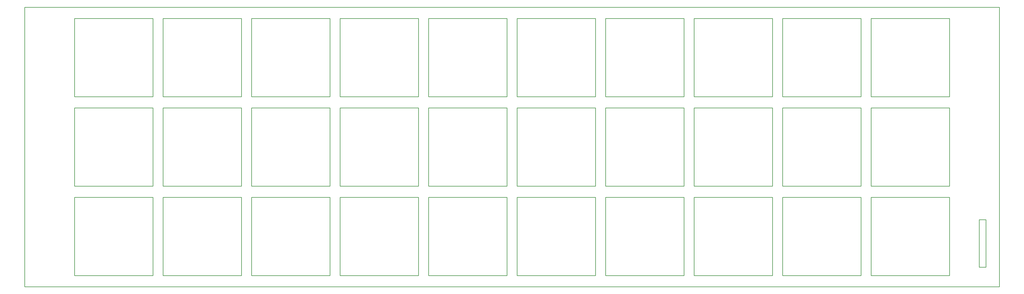
<source format=gko>
G04 Layer: BoardOutlineLayer*
G04 EasyEDA v6.5.34, 2023-08-21 18:11:39*
G04 81c3e6301e7a49a49ac37a2379715e3f,5a6b42c53f6a479593ecc07194224c93,10*
G04 Gerber Generator version 0.2*
G04 Scale: 100 percent, Rotated: No, Reflected: No *
G04 Dimensions in millimeters *
G04 leading zeros omitted , absolute positions ,4 integer and 5 decimal *
%FSLAX45Y45*%
%MOMM*%

%ADD10C,0.2540*%
D10*
X2031994Y12953974D02*
G01*
X46227908Y12953974D01*
X46227908Y254000D01*
X2031994Y254000D01*
X2031994Y12953974D01*
X4292600Y12446000D02*
G01*
X4292600Y8890000D01*
X4292600Y8890000D02*
G01*
X7848600Y8890000D01*
X7848600Y8890000D02*
G01*
X7848600Y12446000D01*
X7848600Y12446000D02*
G01*
X4292600Y12446000D01*
X8305800Y12446000D02*
G01*
X8305800Y8890000D01*
X8305800Y8890000D02*
G01*
X11861800Y8890000D01*
X11861800Y8890000D02*
G01*
X11861800Y12446000D01*
X11861800Y12446000D02*
G01*
X8305800Y12446000D01*
X12319000Y12446000D02*
G01*
X12319000Y8890000D01*
X12319000Y8890000D02*
G01*
X15875000Y8890000D01*
X15875000Y8890000D02*
G01*
X15875000Y12446000D01*
X15875000Y12446000D02*
G01*
X12319000Y12446000D01*
X16332200Y12446000D02*
G01*
X16332200Y8890000D01*
X16332200Y8890000D02*
G01*
X19888200Y8890000D01*
X19888200Y8890000D02*
G01*
X19888200Y12446000D01*
X19888200Y12446000D02*
G01*
X16332200Y12446000D01*
X20345400Y12446000D02*
G01*
X20345400Y8890000D01*
X20345400Y8890000D02*
G01*
X23901400Y8890000D01*
X23901400Y8890000D02*
G01*
X23901400Y12446000D01*
X23901400Y12446000D02*
G01*
X20345400Y12446000D01*
X24358600Y12446000D02*
G01*
X24358600Y8890000D01*
X24358600Y8890000D02*
G01*
X27914600Y8890000D01*
X27914600Y8890000D02*
G01*
X27914600Y12446000D01*
X27914600Y12446000D02*
G01*
X24358600Y12446000D01*
X28371800Y12446000D02*
G01*
X28371800Y8890000D01*
X28371800Y8890000D02*
G01*
X31927800Y8890000D01*
X31927800Y8890000D02*
G01*
X31927800Y12446000D01*
X31927800Y12446000D02*
G01*
X28371800Y12446000D01*
X32385000Y12446000D02*
G01*
X32385000Y8890000D01*
X32385000Y8890000D02*
G01*
X35941000Y8890000D01*
X35941000Y8890000D02*
G01*
X35941000Y12446000D01*
X35941000Y12446000D02*
G01*
X32385000Y12446000D01*
X36398200Y12446000D02*
G01*
X36398200Y8890000D01*
X36398200Y8890000D02*
G01*
X39954200Y8890000D01*
X39954200Y8890000D02*
G01*
X39954200Y12446000D01*
X39954200Y12446000D02*
G01*
X36398200Y12446000D01*
X40411400Y12446000D02*
G01*
X40411400Y8890000D01*
X40411400Y8890000D02*
G01*
X43967400Y8890000D01*
X43967400Y8890000D02*
G01*
X43967400Y12446000D01*
X43967400Y12446000D02*
G01*
X40411400Y12446000D01*
X4292600Y8382000D02*
G01*
X4292600Y4826000D01*
X4292600Y4826000D02*
G01*
X7848600Y4826000D01*
X7848600Y4826000D02*
G01*
X7848600Y8382000D01*
X7848600Y8382000D02*
G01*
X4292600Y8382000D01*
X8305800Y8382000D02*
G01*
X8305800Y4826000D01*
X8305800Y4826000D02*
G01*
X11861800Y4826000D01*
X11861800Y4826000D02*
G01*
X11861800Y8382000D01*
X11861800Y8382000D02*
G01*
X8305800Y8382000D01*
X12319000Y8382000D02*
G01*
X12319000Y4826000D01*
X12319000Y4826000D02*
G01*
X15875000Y4826000D01*
X15875000Y4826000D02*
G01*
X15875000Y8382000D01*
X15875000Y8382000D02*
G01*
X12319000Y8382000D01*
X16332200Y8382000D02*
G01*
X16332200Y4826000D01*
X16332200Y4826000D02*
G01*
X19888200Y4826000D01*
X19888200Y4826000D02*
G01*
X19888200Y8382000D01*
X19888200Y8382000D02*
G01*
X16332200Y8382000D01*
X20345400Y8382000D02*
G01*
X20345400Y4826000D01*
X20345400Y4826000D02*
G01*
X23901400Y4826000D01*
X23901400Y4826000D02*
G01*
X23901400Y8382000D01*
X23901400Y8382000D02*
G01*
X20345400Y8382000D01*
X24358600Y8382000D02*
G01*
X24358600Y4826000D01*
X24358600Y4826000D02*
G01*
X27914600Y4826000D01*
X27914600Y4826000D02*
G01*
X27914600Y8382000D01*
X27914600Y8382000D02*
G01*
X24358600Y8382000D01*
X28371800Y8382000D02*
G01*
X28371800Y4826000D01*
X28371800Y4826000D02*
G01*
X31927800Y4826000D01*
X31927800Y4826000D02*
G01*
X31927800Y8382000D01*
X31927800Y8382000D02*
G01*
X28371800Y8382000D01*
X32385000Y8382000D02*
G01*
X32385000Y4826000D01*
X32385000Y4826000D02*
G01*
X35941000Y4826000D01*
X35941000Y4826000D02*
G01*
X35941000Y8382000D01*
X35941000Y8382000D02*
G01*
X32385000Y8382000D01*
X36398200Y8382000D02*
G01*
X36398200Y4826000D01*
X36398200Y4826000D02*
G01*
X39954200Y4826000D01*
X39954200Y4826000D02*
G01*
X39954200Y8382000D01*
X39954200Y8382000D02*
G01*
X36398200Y8382000D01*
X40411400Y8382000D02*
G01*
X40411400Y4826000D01*
X40411400Y4826000D02*
G01*
X43967400Y4826000D01*
X43967400Y4826000D02*
G01*
X43967400Y8382000D01*
X43967400Y8382000D02*
G01*
X40411400Y8382000D01*
X4292600Y4318000D02*
G01*
X4292600Y762000D01*
X4292600Y762000D02*
G01*
X7848600Y762000D01*
X7848600Y762000D02*
G01*
X7848600Y4318000D01*
X7848600Y4318000D02*
G01*
X4292600Y4318000D01*
X8305800Y4318000D02*
G01*
X8305800Y762000D01*
X8305800Y762000D02*
G01*
X11861800Y762000D01*
X11861800Y762000D02*
G01*
X11861800Y4318000D01*
X11861800Y4318000D02*
G01*
X8305800Y4318000D01*
X12319000Y4318000D02*
G01*
X12319000Y762000D01*
X12319000Y762000D02*
G01*
X15875000Y762000D01*
X15875000Y762000D02*
G01*
X15875000Y4318000D01*
X15875000Y4318000D02*
G01*
X12319000Y4318000D01*
X16332200Y4318000D02*
G01*
X16332200Y762000D01*
X16332200Y762000D02*
G01*
X19888200Y762000D01*
X19888200Y762000D02*
G01*
X19888200Y4318000D01*
X19888200Y4318000D02*
G01*
X16332200Y4318000D01*
X20345400Y4318000D02*
G01*
X20345400Y762000D01*
X20345400Y762000D02*
G01*
X23901400Y762000D01*
X23901400Y762000D02*
G01*
X23901400Y4318000D01*
X23901400Y4318000D02*
G01*
X20345400Y4318000D01*
X24358600Y4318000D02*
G01*
X24358600Y762000D01*
X24358600Y762000D02*
G01*
X27914600Y762000D01*
X27914600Y762000D02*
G01*
X27914600Y4318000D01*
X27914600Y4318000D02*
G01*
X24358600Y4318000D01*
X28371800Y4318000D02*
G01*
X28371800Y762000D01*
X28371800Y762000D02*
G01*
X31927800Y762000D01*
X31927800Y762000D02*
G01*
X31927800Y4318000D01*
X31927800Y4318000D02*
G01*
X28371800Y4318000D01*
X32385000Y4318000D02*
G01*
X32385000Y762000D01*
X32385000Y762000D02*
G01*
X35941000Y762000D01*
X35941000Y762000D02*
G01*
X35941000Y4318000D01*
X35941000Y4318000D02*
G01*
X32385000Y4318000D01*
X36398200Y4318000D02*
G01*
X36398200Y762000D01*
X36398200Y762000D02*
G01*
X39954200Y762000D01*
X39954200Y762000D02*
G01*
X39954200Y4318000D01*
X39954200Y4318000D02*
G01*
X36398200Y4318000D01*
X40411400Y4318000D02*
G01*
X40411400Y762000D01*
X40411400Y762000D02*
G01*
X43967400Y762000D01*
X43967400Y762000D02*
G01*
X43967400Y4318000D01*
X43967400Y4318000D02*
G01*
X40411400Y4318000D01*
X45313600Y3302000D02*
G01*
X45313600Y1143000D01*
X45313600Y1143000D02*
G01*
X45618400Y1143000D01*
X45618400Y1143000D02*
G01*
X45618400Y3302000D01*
X45618400Y3302000D02*
G01*
X45313600Y3302000D01*

%LPD*%
M02*

</source>
